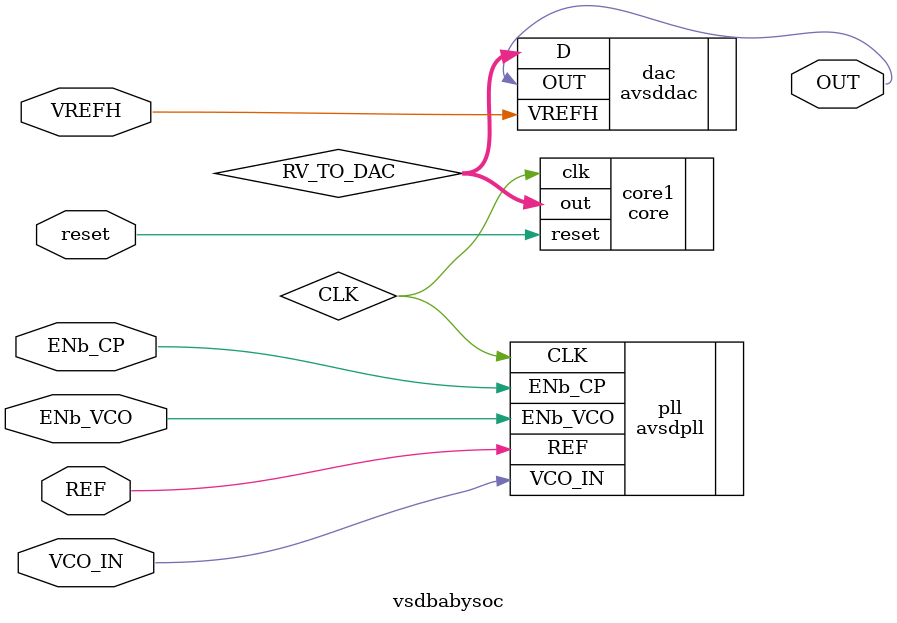
<source format=v>
module vsdbabysoc (
   output wire OUT,
   //
   input  wire reset,
   //
   input  wire VCO_IN,
   input  wire ENb_CP,
   input  wire ENb_VCO,
   input  wire REF,
   //
   // input  wire VREFL,
   input  wire VREFH
);

   wire CLK;
   wire [9:0] RV_TO_DAC;

   core core1 (
      .out(RV_TO_DAC),
      .clk(CLK),
      .reset(reset)
   );

   avsdpll pll (
      .CLK(CLK),
      .VCO_IN(VCO_IN),
      .ENb_CP(ENb_CP),
      .ENb_VCO(ENb_VCO),
      .REF(REF)
   );

   avsddac dac (
      .OUT(OUT),
      .D(RV_TO_DAC),
      // .VREFL(VREFL),
      .VREFH(VREFH)
   );
   
endmodule

</source>
